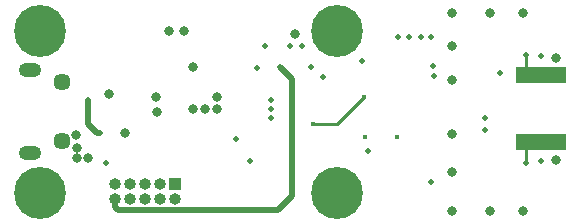
<source format=gbl>
%TF.GenerationSoftware,KiCad,Pcbnew,(5.1.12)-1*%
%TF.CreationDate,2022-02-05T21:00:18-05:00*%
%TF.ProjectId,usb-rf,7573622d-7266-42e6-9b69-6361645f7063,rev?*%
%TF.SameCoordinates,Original*%
%TF.FileFunction,Copper,L4,Bot*%
%TF.FilePolarity,Positive*%
%FSLAX46Y46*%
G04 Gerber Fmt 4.6, Leading zero omitted, Abs format (unit mm)*
G04 Created by KiCad (PCBNEW (5.1.12)-1) date 2022-02-05 21:00:18*
%MOMM*%
%LPD*%
G01*
G04 APERTURE LIST*
%TA.AperFunction,SMDPad,CuDef*%
%ADD10R,4.200000X1.350000*%
%TD*%
%TA.AperFunction,ComponentPad*%
%ADD11O,1.900000X1.200000*%
%TD*%
%TA.AperFunction,ComponentPad*%
%ADD12C,1.450000*%
%TD*%
%TA.AperFunction,ComponentPad*%
%ADD13O,1.000000X1.000000*%
%TD*%
%TA.AperFunction,ComponentPad*%
%ADD14R,1.000000X1.000000*%
%TD*%
%TA.AperFunction,ComponentPad*%
%ADD15C,4.400000*%
%TD*%
%TA.AperFunction,ViaPad*%
%ADD16C,0.500000*%
%TD*%
%TA.AperFunction,ViaPad*%
%ADD17C,0.800000*%
%TD*%
%TA.AperFunction,ViaPad*%
%ADD18C,0.400000*%
%TD*%
%TA.AperFunction,Conductor*%
%ADD19C,0.261112*%
%TD*%
%TA.AperFunction,Conductor*%
%ADD20C,0.508000*%
%TD*%
G04 APERTURE END LIST*
D10*
X161036000Y-78963000D03*
X161036000Y-84613000D03*
D11*
X117762500Y-85500000D03*
X117762500Y-78500000D03*
D12*
X120462500Y-84500000D03*
X120462500Y-79500000D03*
D13*
X124968000Y-89408000D03*
X124968000Y-88138000D03*
X126238000Y-89408000D03*
X126238000Y-88138000D03*
X127508000Y-89408000D03*
X127508000Y-88138000D03*
X128778000Y-89408000D03*
X128778000Y-88138000D03*
X130048000Y-89408000D03*
D14*
X130048000Y-88138000D03*
D15*
X143764000Y-75184000D03*
X143764000Y-88900000D03*
X118618000Y-88900000D03*
X118618000Y-75184000D03*
D16*
X138176000Y-82550000D03*
X138176000Y-81026000D03*
X138176000Y-81788000D03*
D17*
X129540000Y-75184000D03*
X130810000Y-75184000D03*
X140208000Y-75438000D03*
X124460000Y-80518000D03*
X128475740Y-80768315D03*
X128524000Y-82042000D03*
X131572000Y-78232000D03*
X121711561Y-84057873D03*
X121793000Y-85090000D03*
X121793000Y-85979000D03*
X122682000Y-85979000D03*
X125857000Y-83820000D03*
D16*
X135254978Y-84399000D03*
X142621000Y-79121000D03*
X140843000Y-76454000D03*
X139827000Y-76454000D03*
X150876000Y-75692000D03*
X151765000Y-75692000D03*
X149860000Y-75692000D03*
X145923000Y-77724000D03*
D18*
X148843982Y-84201000D03*
D16*
X152019000Y-78994028D03*
X124206000Y-86360000D03*
X151765000Y-88011000D03*
X146431000Y-85344000D03*
X156337000Y-82550000D03*
X156337000Y-83566000D03*
X157607000Y-78740000D03*
X161036000Y-77343000D03*
X161036000Y-86233000D03*
D17*
X153543000Y-79375000D03*
X153543000Y-73660000D03*
X153543000Y-83947000D03*
X153543000Y-90424000D03*
X153543000Y-87122000D03*
X153543000Y-76454000D03*
X162306000Y-77470000D03*
X162306000Y-86106000D03*
X159512000Y-90424000D03*
X159512000Y-73660000D03*
X156718000Y-73660000D03*
X156718000Y-90424000D03*
D16*
X137668000Y-76454000D03*
X159766000Y-77216000D03*
X159766000Y-86360000D03*
D17*
X131572000Y-81788000D03*
X132588000Y-81788000D03*
X133604000Y-81788000D03*
X133604000Y-80772000D03*
D16*
X136398000Y-86233000D03*
X141605000Y-78232000D03*
X137033000Y-78359000D03*
D18*
X146177000Y-84201000D03*
D16*
X148971000Y-75692000D03*
X151924508Y-78199504D03*
X138938000Y-78232000D03*
X122682000Y-81026000D03*
X123698000Y-83820000D03*
D18*
X141732000Y-83068556D03*
X146050000Y-80772000D03*
D19*
X161036000Y-78963000D02*
X160243000Y-78963000D01*
X159766000Y-78486000D02*
X159766000Y-77216000D01*
X160243000Y-78963000D02*
X159766000Y-78486000D01*
X161036000Y-84613000D02*
X160243000Y-84613000D01*
X159766000Y-85090000D02*
X159766000Y-86360000D01*
X160243000Y-84613000D02*
X159766000Y-85090000D01*
D20*
X138938000Y-78232000D02*
X139954000Y-79248000D01*
X124968000Y-90115106D02*
X124968000Y-89408000D01*
X125214895Y-90362001D02*
X124968000Y-90115106D01*
X138745999Y-90362001D02*
X125214895Y-90362001D01*
X139954000Y-89154000D02*
X138745999Y-90362001D01*
X139954000Y-79248000D02*
X139954000Y-89154000D01*
X122682000Y-81026000D02*
X122682000Y-82804000D01*
X122682000Y-82804000D02*
X122682000Y-83058000D01*
X123444000Y-83820000D02*
X123698000Y-83820000D01*
X122682000Y-83058000D02*
X123444000Y-83820000D01*
D19*
X143753444Y-83068556D02*
X146050000Y-80772000D01*
X141732000Y-83068556D02*
X143753444Y-83068556D01*
M02*

</source>
